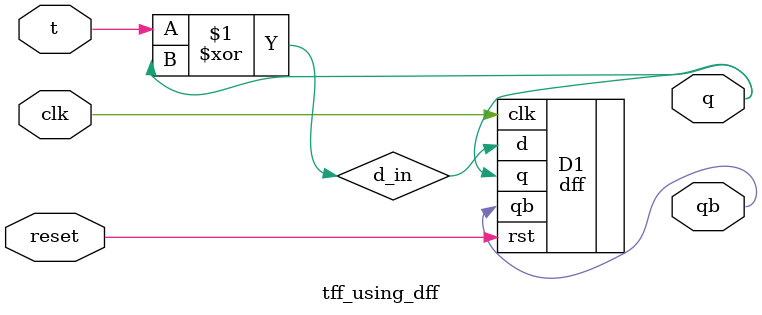
<source format=v>
`timescale 1ns / 1ps


module tff_using_dff(
    input  clk,
    input  reset,
    input  t,
    output q,
    output qb
    );
    wire d_in;
    assign d_in = t ^ q;
    dff D1 (.clk(clk), .rst(reset), .d(d_in), .q(q), .qb(qb));
endmodule

</source>
